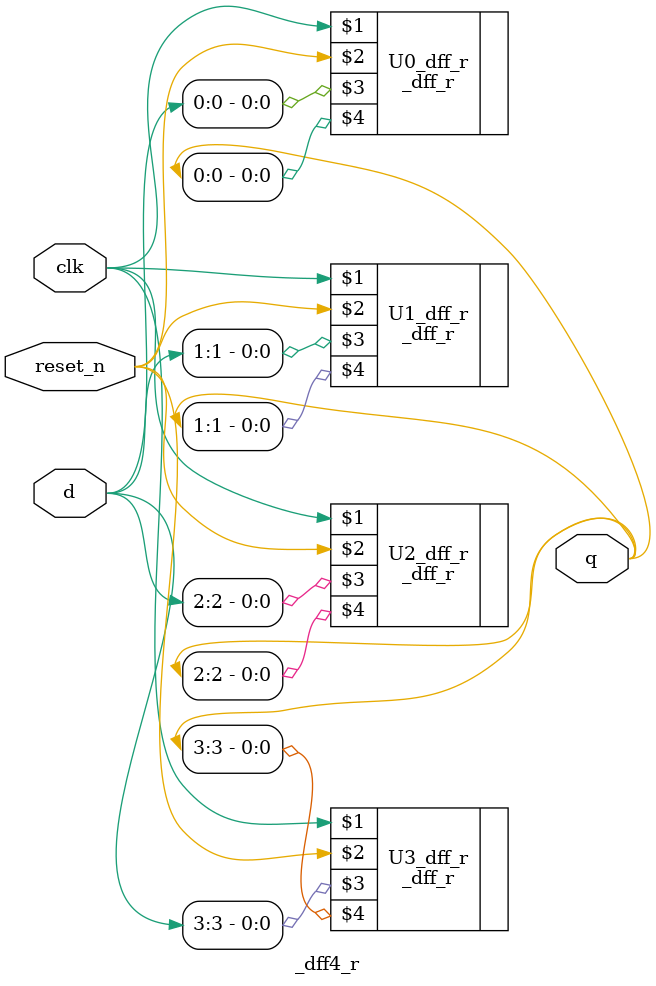
<source format=v>
module _dff4_r(clk, reset_n, d, q);//Resettable D 4bit register
	input clk, reset_n;
	input [3:0] d;
	output[3:0]q;//output q
	
_dff_r U0_dff_r(clk, reset_n, d[0], q[0]);
_dff_r U1_dff_r(clk, reset_n, d[1], q[1]);
_dff_r U2_dff_r(clk, reset_n, d[2], q[2]);
_dff_r U3_dff_r(clk, reset_n, d[3], q[3]);

endmodule//endmodule
</source>
